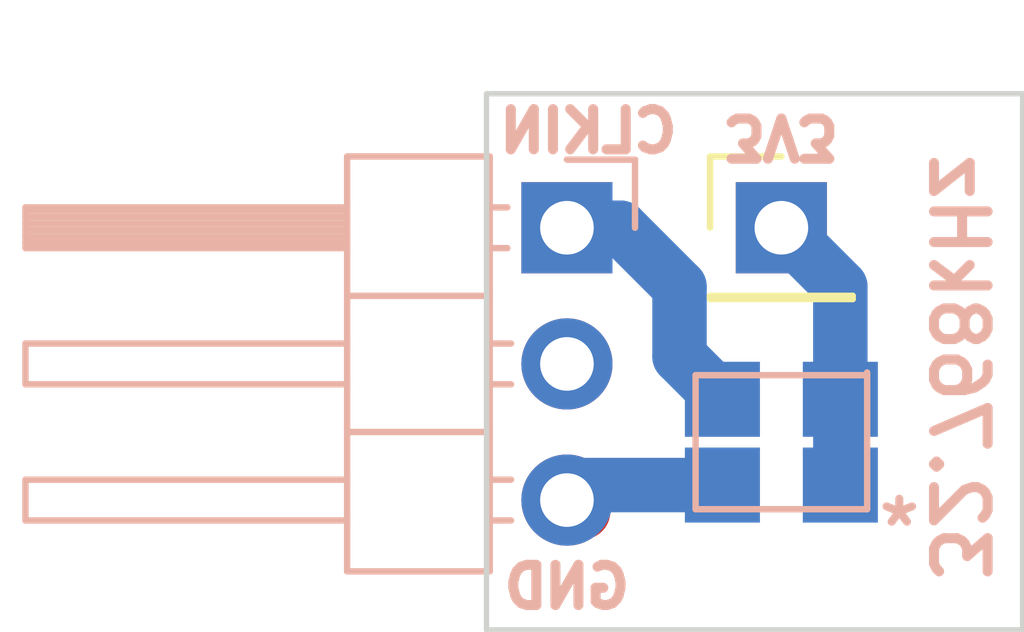
<source format=kicad_pcb>
(kicad_pcb (version 20171130) (host pcbnew "(5.1.6-0-10_14)")

  (general
    (thickness 1.6)
    (drawings 9)
    (tracks 10)
    (zones 0)
    (modules 3)
    (nets 4)
  )

  (page A4)
  (layers
    (0 F.Cu signal)
    (31 B.Cu signal)
    (32 B.Adhes user)
    (33 F.Adhes user)
    (34 B.Paste user)
    (35 F.Paste user)
    (36 B.SilkS user)
    (37 F.SilkS user)
    (38 B.Mask user)
    (39 F.Mask user)
    (40 Dwgs.User user)
    (41 Cmts.User user)
    (42 Eco1.User user)
    (43 Eco2.User user)
    (44 Edge.Cuts user)
    (45 Margin user hide)
    (46 B.CrtYd user hide)
    (47 F.CrtYd user)
    (48 B.Fab user hide)
    (49 F.Fab user hide)
  )

  (setup
    (last_trace_width 1.016)
    (user_trace_width 0.508)
    (user_trace_width 1.016)
    (user_trace_width 1.524)
    (user_trace_width 2.54)
    (trace_clearance 0.2)
    (zone_clearance 0.508)
    (zone_45_only no)
    (trace_min 0.2)
    (via_size 0.8)
    (via_drill 0.4)
    (via_min_size 0.4)
    (via_min_drill 0.3)
    (user_via 0.508 0.4)
    (user_via 1.016 0.4)
    (user_via 1.524 0.4)
    (user_via 2.54 0.4)
    (uvia_size 0.3)
    (uvia_drill 0.1)
    (uvias_allowed no)
    (uvia_min_size 0.2)
    (uvia_min_drill 0.1)
    (edge_width 0.1)
    (segment_width 0.2)
    (pcb_text_width 0.3)
    (pcb_text_size 1.5 1.5)
    (mod_edge_width 0.15)
    (mod_text_size 1 1)
    (mod_text_width 0.15)
    (pad_size 1.524 1.524)
    (pad_drill 0.762)
    (pad_to_mask_clearance 0)
    (aux_axis_origin 0 0)
    (visible_elements FFFFFF7F)
    (pcbplotparams
      (layerselection 0x010fc_ffffffff)
      (usegerberextensions true)
      (usegerberattributes true)
      (usegerberadvancedattributes true)
      (creategerberjobfile true)
      (excludeedgelayer true)
      (linewidth 0.100000)
      (plotframeref false)
      (viasonmask false)
      (mode 1)
      (useauxorigin false)
      (hpglpennumber 1)
      (hpglpenspeed 20)
      (hpglpendiameter 15.000000)
      (psnegative false)
      (psa4output false)
      (plotreference true)
      (plotvalue true)
      (plotinvisibletext false)
      (padsonsilk false)
      (subtractmaskfromsilk false)
      (outputformat 1)
      (mirror false)
      (drillshape 0)
      (scaleselection 1)
      (outputdirectory ""))
  )

  (net 0 "")
  (net 1 GND)
  (net 2 CLKIN)
  (net 3 3V3)

  (net_class Default "This is the default net class."
    (clearance 0.2)
    (trace_width 0.25)
    (via_dia 0.8)
    (via_drill 0.4)
    (uvia_dia 0.3)
    (uvia_drill 0.1)
    (add_net 3V3)
    (add_net CLKIN)
    (add_net GND)
  )

  (module Pin_Headers:Pin_Header_Angled_1x03_Pitch2.54mm (layer B.Cu) (tedit 59650532) (tstamp 602CCF08)
    (at 138 111.5 180)
    (descr "Through hole angled pin header, 1x03, 2.54mm pitch, 6mm pin length, single row")
    (tags "Through hole angled pin header THT 1x03 2.54mm single row")
    (path /602E11E5)
    (fp_text reference Jee (at 4.385 2.27) (layer B.SilkS) hide
      (effects (font (size 1 1) (thickness 0.15)) (justify mirror))
    )
    (fp_text value Conn_01x03_Male (at 4.385 -7.35) (layer B.Fab)
      (effects (font (size 1 1) (thickness 0.15)) (justify mirror))
    )
    (fp_line (start 10.55 1.8) (end -1.8 1.8) (layer B.CrtYd) (width 0.05))
    (fp_line (start 10.55 -6.85) (end 10.55 1.8) (layer B.CrtYd) (width 0.05))
    (fp_line (start -1.8 -6.85) (end 10.55 -6.85) (layer B.CrtYd) (width 0.05))
    (fp_line (start -1.8 1.8) (end -1.8 -6.85) (layer B.CrtYd) (width 0.05))
    (fp_line (start -1.27 1.27) (end 0 1.27) (layer B.SilkS) (width 0.12))
    (fp_line (start -1.27 0) (end -1.27 1.27) (layer B.SilkS) (width 0.12))
    (fp_line (start 1.042929 -5.46) (end 1.44 -5.46) (layer B.SilkS) (width 0.12))
    (fp_line (start 1.042929 -4.7) (end 1.44 -4.7) (layer B.SilkS) (width 0.12))
    (fp_line (start 10.1 -5.46) (end 4.1 -5.46) (layer B.SilkS) (width 0.12))
    (fp_line (start 10.1 -4.7) (end 10.1 -5.46) (layer B.SilkS) (width 0.12))
    (fp_line (start 4.1 -4.7) (end 10.1 -4.7) (layer B.SilkS) (width 0.12))
    (fp_line (start 1.44 -3.81) (end 4.1 -3.81) (layer B.SilkS) (width 0.12))
    (fp_line (start 1.042929 -2.92) (end 1.44 -2.92) (layer B.SilkS) (width 0.12))
    (fp_line (start 1.042929 -2.16) (end 1.44 -2.16) (layer B.SilkS) (width 0.12))
    (fp_line (start 10.1 -2.92) (end 4.1 -2.92) (layer B.SilkS) (width 0.12))
    (fp_line (start 10.1 -2.16) (end 10.1 -2.92) (layer B.SilkS) (width 0.12))
    (fp_line (start 4.1 -2.16) (end 10.1 -2.16) (layer B.SilkS) (width 0.12))
    (fp_line (start 1.44 -1.27) (end 4.1 -1.27) (layer B.SilkS) (width 0.12))
    (fp_line (start 1.11 -0.38) (end 1.44 -0.38) (layer B.SilkS) (width 0.12))
    (fp_line (start 1.11 0.38) (end 1.44 0.38) (layer B.SilkS) (width 0.12))
    (fp_line (start 4.1 -0.28) (end 10.1 -0.28) (layer B.SilkS) (width 0.12))
    (fp_line (start 4.1 -0.16) (end 10.1 -0.16) (layer B.SilkS) (width 0.12))
    (fp_line (start 4.1 -0.04) (end 10.1 -0.04) (layer B.SilkS) (width 0.12))
    (fp_line (start 4.1 0.08) (end 10.1 0.08) (layer B.SilkS) (width 0.12))
    (fp_line (start 4.1 0.2) (end 10.1 0.2) (layer B.SilkS) (width 0.12))
    (fp_line (start 4.1 0.32) (end 10.1 0.32) (layer B.SilkS) (width 0.12))
    (fp_line (start 10.1 -0.38) (end 4.1 -0.38) (layer B.SilkS) (width 0.12))
    (fp_line (start 10.1 0.38) (end 10.1 -0.38) (layer B.SilkS) (width 0.12))
    (fp_line (start 4.1 0.38) (end 10.1 0.38) (layer B.SilkS) (width 0.12))
    (fp_line (start 4.1 1.33) (end 1.44 1.33) (layer B.SilkS) (width 0.12))
    (fp_line (start 4.1 -6.41) (end 4.1 1.33) (layer B.SilkS) (width 0.12))
    (fp_line (start 1.44 -6.41) (end 4.1 -6.41) (layer B.SilkS) (width 0.12))
    (fp_line (start 1.44 1.33) (end 1.44 -6.41) (layer B.SilkS) (width 0.12))
    (fp_line (start 4.04 -5.4) (end 10.04 -5.4) (layer B.Fab) (width 0.1))
    (fp_line (start 10.04 -4.76) (end 10.04 -5.4) (layer B.Fab) (width 0.1))
    (fp_line (start 4.04 -4.76) (end 10.04 -4.76) (layer B.Fab) (width 0.1))
    (fp_line (start -0.32 -5.4) (end 1.5 -5.4) (layer B.Fab) (width 0.1))
    (fp_line (start -0.32 -4.76) (end -0.32 -5.4) (layer B.Fab) (width 0.1))
    (fp_line (start -0.32 -4.76) (end 1.5 -4.76) (layer B.Fab) (width 0.1))
    (fp_line (start 4.04 -2.86) (end 10.04 -2.86) (layer B.Fab) (width 0.1))
    (fp_line (start 10.04 -2.22) (end 10.04 -2.86) (layer B.Fab) (width 0.1))
    (fp_line (start 4.04 -2.22) (end 10.04 -2.22) (layer B.Fab) (width 0.1))
    (fp_line (start -0.32 -2.86) (end 1.5 -2.86) (layer B.Fab) (width 0.1))
    (fp_line (start -0.32 -2.22) (end -0.32 -2.86) (layer B.Fab) (width 0.1))
    (fp_line (start -0.32 -2.22) (end 1.5 -2.22) (layer B.Fab) (width 0.1))
    (fp_line (start 4.04 -0.32) (end 10.04 -0.32) (layer B.Fab) (width 0.1))
    (fp_line (start 10.04 0.32) (end 10.04 -0.32) (layer B.Fab) (width 0.1))
    (fp_line (start 4.04 0.32) (end 10.04 0.32) (layer B.Fab) (width 0.1))
    (fp_line (start -0.32 -0.32) (end 1.5 -0.32) (layer B.Fab) (width 0.1))
    (fp_line (start -0.32 0.32) (end -0.32 -0.32) (layer B.Fab) (width 0.1))
    (fp_line (start -0.32 0.32) (end 1.5 0.32) (layer B.Fab) (width 0.1))
    (fp_line (start 1.5 0.635) (end 2.135 1.27) (layer B.Fab) (width 0.1))
    (fp_line (start 1.5 -6.35) (end 1.5 0.635) (layer B.Fab) (width 0.1))
    (fp_line (start 4.04 -6.35) (end 1.5 -6.35) (layer B.Fab) (width 0.1))
    (fp_line (start 4.04 1.27) (end 4.04 -6.35) (layer B.Fab) (width 0.1))
    (fp_line (start 2.135 1.27) (end 4.04 1.27) (layer B.Fab) (width 0.1))
    (fp_text user %R (at 2.77 -2.54 270) (layer B.Fab)
      (effects (font (size 1 1) (thickness 0.15)) (justify mirror))
    )
    (pad 3 thru_hole oval (at 0 -5.08 180) (size 1.7 1.7) (drill 1) (layers *.Cu *.Mask)
      (net 1 GND))
    (pad 2 thru_hole oval (at 0 -2.54 180) (size 1.7 1.7) (drill 1) (layers *.Cu *.Mask))
    (pad 1 thru_hole rect (at 0 0 180) (size 1.7 1.7) (drill 1) (layers *.Cu *.Mask)
      (net 2 CLKIN))
    (model ${KISYS3DMOD}/Pin_Headers.3dshapes/Pin_Header_Angled_1x03_Pitch2.54mm.wrl
      (at (xyz 0 0 0))
      (scale (xyz 1 1 1))
      (rotate (xyz 0 0 0))
    )
  )

  (module Pin_Headers:Pin_Header_Straight_1x01_Pitch2.54mm (layer F.Cu) (tedit 59650532) (tstamp 602CCA5E)
    (at 142 111.5)
    (descr "Through hole straight pin header, 1x01, 2.54mm pitch, single row")
    (tags "Through hole pin header THT 1x01 2.54mm single row")
    (path /602E1C2A)
    (fp_text reference J2 (at 0 -2.33) (layer F.SilkS) hide
      (effects (font (size 1 1) (thickness 0.15)))
    )
    (fp_text value Conn_01x01_Male (at 0 2.33) (layer F.Fab)
      (effects (font (size 1 1) (thickness 0.15)))
    )
    (fp_line (start 1.8 -1.8) (end -1.8 -1.8) (layer F.CrtYd) (width 0.05))
    (fp_line (start 1.8 1.8) (end 1.8 -1.8) (layer F.CrtYd) (width 0.05))
    (fp_line (start -1.8 1.8) (end 1.8 1.8) (layer F.CrtYd) (width 0.05))
    (fp_line (start -1.8 -1.8) (end -1.8 1.8) (layer F.CrtYd) (width 0.05))
    (fp_line (start -1.33 -1.33) (end 0 -1.33) (layer F.SilkS) (width 0.12))
    (fp_line (start -1.33 0) (end -1.33 -1.33) (layer F.SilkS) (width 0.12))
    (fp_line (start -1.33 1.27) (end 1.33 1.27) (layer F.SilkS) (width 0.12))
    (fp_line (start 1.33 1.27) (end 1.33 1.33) (layer F.SilkS) (width 0.12))
    (fp_line (start -1.33 1.27) (end -1.33 1.33) (layer F.SilkS) (width 0.12))
    (fp_line (start -1.33 1.33) (end 1.33 1.33) (layer F.SilkS) (width 0.12))
    (fp_line (start -1.27 -0.635) (end -0.635 -1.27) (layer F.Fab) (width 0.1))
    (fp_line (start -1.27 1.27) (end -1.27 -0.635) (layer F.Fab) (width 0.1))
    (fp_line (start 1.27 1.27) (end -1.27 1.27) (layer F.Fab) (width 0.1))
    (fp_line (start 1.27 -1.27) (end 1.27 1.27) (layer F.Fab) (width 0.1))
    (fp_line (start -0.635 -1.27) (end 1.27 -1.27) (layer F.Fab) (width 0.1))
    (fp_text user %R (at 0 0 90) (layer F.Fab)
      (effects (font (size 1 1) (thickness 0.15)))
    )
    (pad 1 thru_hole rect (at 0 0) (size 1.7 1.7) (drill 1) (layers *.Cu *.Mask)
      (net 3 3V3))
    (model ${KISYS3DMOD}/Pin_Headers.3dshapes/Pin_Header_Straight_1x01_Pitch2.54mm.wrl
      (at (xyz 0 0 0))
      (scale (xyz 1 1 1))
      (rotate (xyz 0 0 0))
    )
  )

  (module Ninja-qPCR:COM1305-0.032768-EXT-T-TR (layer B.Cu) (tedit 602CAF5D) (tstamp 602CC648)
    (at 142 115.5 180)
    (path /602DF21F)
    (fp_text reference U1 (at 0 2.4) (layer B.SilkS) hide
      (effects (font (size 1 1) (thickness 0.15)) (justify mirror))
    )
    (fp_text value COM1305-0.032768-EXT-T-TR (at 0 -3.2) (layer B.Fab)
      (effects (font (size 1 1) (thickness 0.15)) (justify mirror))
    )
    (fp_line (start -1.6 1.25) (end 1.6 1.25) (layer B.SilkS) (width 0.12))
    (fp_line (start 1.6 1.25) (end 1.6 -1.25) (layer B.SilkS) (width 0.12))
    (fp_line (start 1.6 -1.25) (end -1.6 -1.25) (layer B.SilkS) (width 0.12))
    (fp_line (start -1.6 -1.25) (end -1.6 1.3) (layer B.SilkS) (width 0.12))
    (fp_text user * (at -2.2 -1.6) (layer B.SilkS)
      (effects (font (size 1 1) (thickness 0.15)) (justify mirror))
    )
    (pad 1 smd rect (at -1.1 -0.8 180) (size 1.4 1.4) (layers B.Cu B.Paste B.Mask)
      (net 3 3V3))
    (pad 2 smd rect (at 1.1 -0.8 180) (size 1.4 1.4) (layers B.Cu B.Paste B.Mask)
      (net 1 GND))
    (pad 3 smd rect (at 1.1 0.8 180) (size 1.4 1.4) (layers B.Cu B.Paste B.Mask)
      (net 2 CLKIN))
    (pad 4 smd rect (at -1.1 0.8 180) (size 1.4 1.4) (layers B.Cu B.Paste B.Mask)
      (net 3 3V3))
  )

  (gr_text 3V3 (at 142 109.8 180) (layer B.SilkS) (tstamp 602DBEB8)
    (effects (font (size 0.75 0.75) (thickness 0.1875)) (justify mirror))
  )
  (gr_text 32.768kHz (at 145.3 114.1 270) (layer B.SilkS) (tstamp 602CD48B)
    (effects (font (size 1 1) (thickness 0.1875)) (justify mirror))
  )
  (gr_text 10x10mm (at 140.1 108.1) (layer Dwgs.User)
    (effects (font (size 1 1) (thickness 0.15)))
  )
  (gr_text GND (at 138 118.2) (layer B.SilkS) (tstamp 602CD3E5)
    (effects (font (size 0.75 0.75) (thickness 0.1875)) (justify mirror))
  )
  (gr_text CLKIN (at 138.4 109.7) (layer B.SilkS)
    (effects (font (size 0.75 0.75) (thickness 0.1875)) (justify mirror))
  )
  (gr_line (start 146.5 109) (end 136.5 109) (layer Edge.Cuts) (width 0.1) (tstamp 602CCB24))
  (gr_line (start 146.5 119) (end 146.5 109) (layer Edge.Cuts) (width 0.1))
  (gr_line (start 136.5 119) (end 146.5 119) (layer Edge.Cuts) (width 0.1) (tstamp 602CD485))
  (gr_line (start 136.5 109) (end 136.5 119) (layer Edge.Cuts) (width 0.1))

  (segment (start 138.3 116.8) (end 138 116.5) (width 1.016) (layer F.Cu) (net 1))
  (segment (start 138.28 116.3) (end 138 116.58) (width 1.016) (layer B.Cu) (net 1))
  (segment (start 140.9 116.3) (end 138.28 116.3) (width 1.016) (layer B.Cu) (net 1))
  (segment (start 138 111.5) (end 139 111.5) (width 1.016) (layer B.Cu) (net 2))
  (segment (start 139 111.5) (end 140.1 112.6) (width 1.016) (layer B.Cu) (net 2))
  (segment (start 140.1 113.9) (end 140.9 114.7) (width 1.016) (layer B.Cu) (net 2))
  (segment (start 140.1 112.6) (end 140.1 113.9) (width 1.016) (layer B.Cu) (net 2))
  (segment (start 143.1 112.6) (end 143.1 114.7) (width 1.016) (layer B.Cu) (net 3))
  (segment (start 142 111.5) (end 143.1 112.6) (width 1.016) (layer B.Cu) (net 3))
  (segment (start 143.1 116.3) (end 143.1 114.7) (width 1.016) (layer B.Cu) (net 3))

)

</source>
